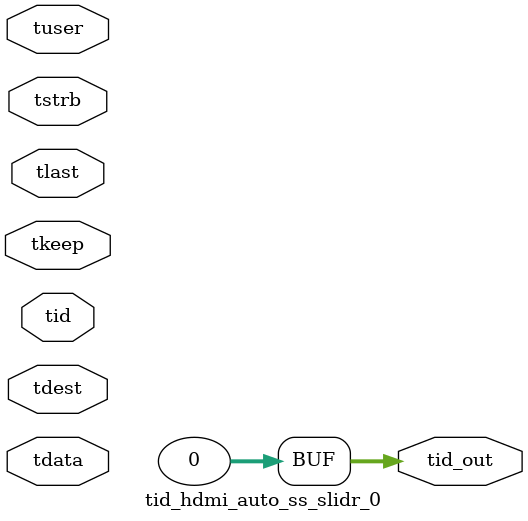
<source format=v>


`timescale 1ps/1ps

module tid_hdmi_auto_ss_slidr_0 #
(
parameter C_S_AXIS_TID_WIDTH   = 1,
parameter C_S_AXIS_TUSER_WIDTH = 0,
parameter C_S_AXIS_TDATA_WIDTH = 0,
parameter C_S_AXIS_TDEST_WIDTH = 0,
parameter C_M_AXIS_TID_WIDTH   = 32
)
(
input  [(C_S_AXIS_TID_WIDTH   == 0 ? 1 : C_S_AXIS_TID_WIDTH)-1:0       ] tid,
input  [(C_S_AXIS_TDATA_WIDTH == 0 ? 1 : C_S_AXIS_TDATA_WIDTH)-1:0     ] tdata,
input  [(C_S_AXIS_TUSER_WIDTH == 0 ? 1 : C_S_AXIS_TUSER_WIDTH)-1:0     ] tuser,
input  [(C_S_AXIS_TDEST_WIDTH == 0 ? 1 : C_S_AXIS_TDEST_WIDTH)-1:0     ] tdest,
input  [(C_S_AXIS_TDATA_WIDTH/8)-1:0 ] tkeep,
input  [(C_S_AXIS_TDATA_WIDTH/8)-1:0 ] tstrb,
input                                                                    tlast,
output [(C_M_AXIS_TID_WIDTH   == 0 ? 1 : C_M_AXIS_TID_WIDTH)-1:0       ] tid_out
);

assign tid_out = {1'b0};

endmodule


</source>
